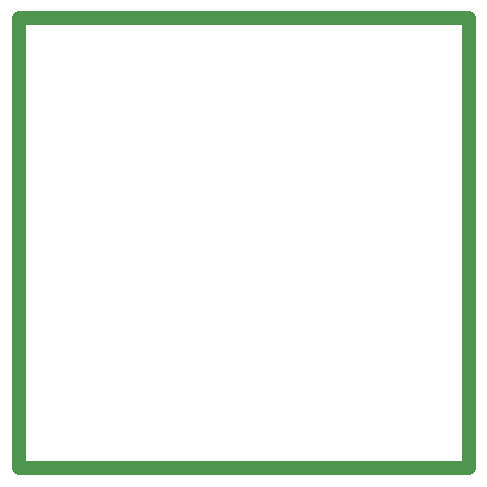
<source format=gm1>
G04*
G04 #@! TF.GenerationSoftware,Altium Limited,Altium Designer,21.8.1 (53)*
G04*
G04 Layer_Color=16711935*
%FSLAX25Y25*%
%MOIN*%
G70*
G04*
G04 #@! TF.SameCoordinates,F694C61F-55F7-4EF8-90FC-B60A50DA021C*
G04*
G04*
G04 #@! TF.FilePolarity,Positive*
G04*
G01*
G75*
%ADD10C,0.01000*%
%ADD34C,0.04724*%
D10*
X0Y0D02*
Y150000D01*
X150000D01*
Y0D02*
Y150000D01*
X0Y0D02*
X150000D01*
D34*
X0D02*
X150000D01*
Y150000D01*
X0D02*
X150000D01*
X0Y0D02*
Y150000D01*
M02*

</source>
